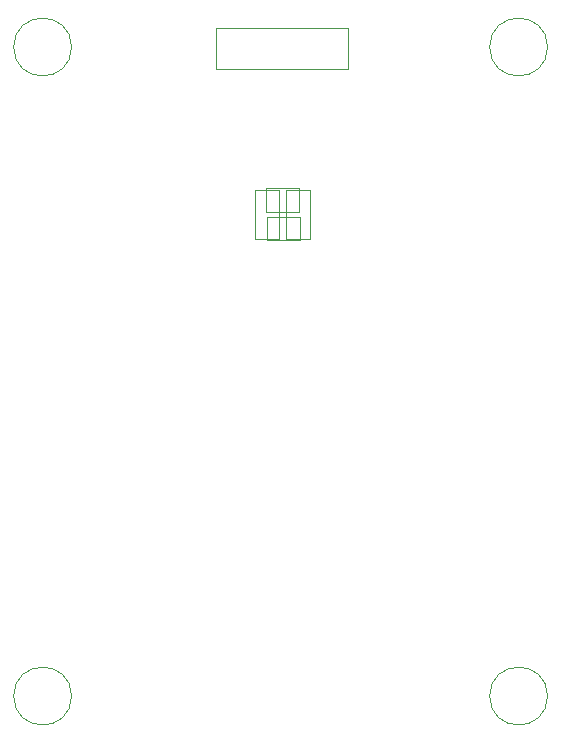
<source format=gbr>
G04 #@! TF.GenerationSoftware,KiCad,Pcbnew,9.0.6*
G04 #@! TF.CreationDate,2025-11-17T18:11:24+05:30*
G04 #@! TF.ProjectId,BloodHound_VENOM,426c6f6f-6448-46f7-956e-645f56454e4f,1*
G04 #@! TF.SameCoordinates,Original*
G04 #@! TF.FileFunction,Other,User*
%FSLAX46Y46*%
G04 Gerber Fmt 4.6, Leading zero omitted, Abs format (unit mm)*
G04 Created by KiCad (PCBNEW 9.0.6) date 2025-11-17 18:11:24*
%MOMM*%
%LPD*%
G01*
G04 APERTURE LIST*
%ADD10C,0.050000*%
G04 APERTURE END LIST*
D10*
X146680000Y-67250000D02*
X157880000Y-67250000D01*
X146680000Y-70800000D02*
X146680000Y-67250000D01*
X157880000Y-67250000D02*
X157880000Y-70800000D01*
X157880000Y-70800000D02*
X146680000Y-70800000D01*
X150900000Y-80850000D02*
X150900000Y-82850000D01*
X150900000Y-80850000D02*
X153700000Y-80850000D01*
X153700000Y-82850000D02*
X150900000Y-82850000D01*
X153700000Y-82850000D02*
X153700000Y-80850000D01*
X134450000Y-123850000D02*
G75*
G02*
X129550000Y-123850000I-2450000J0D01*
G01*
X129550000Y-123850000D02*
G75*
G02*
X134450000Y-123850000I2450000J0D01*
G01*
X174750000Y-123850000D02*
G75*
G02*
X169850000Y-123850000I-2450000J0D01*
G01*
X169850000Y-123850000D02*
G75*
G02*
X174750000Y-123850000I2450000J0D01*
G01*
X152600000Y-81012000D02*
X152600000Y-85112000D01*
X152600000Y-85112000D02*
X154600000Y-85112000D01*
X154600000Y-81012000D02*
X152600000Y-81012000D01*
X154600000Y-85112000D02*
X154600000Y-81012000D01*
X150000000Y-81012000D02*
X150000000Y-85112000D01*
X150000000Y-85112000D02*
X152000000Y-85112000D01*
X152000000Y-81012000D02*
X150000000Y-81012000D01*
X152000000Y-85112000D02*
X152000000Y-81012000D01*
X174750000Y-68900000D02*
G75*
G02*
X169850000Y-68900000I-2450000J0D01*
G01*
X169850000Y-68900000D02*
G75*
G02*
X174750000Y-68900000I2450000J0D01*
G01*
X150975000Y-83250000D02*
X150975000Y-85250000D01*
X150975000Y-83250000D02*
X153775000Y-83250000D01*
X153775000Y-85250000D02*
X150975000Y-85250000D01*
X153775000Y-85250000D02*
X153775000Y-83250000D01*
X134450000Y-68900000D02*
G75*
G02*
X129550000Y-68900000I-2450000J0D01*
G01*
X129550000Y-68900000D02*
G75*
G02*
X134450000Y-68900000I2450000J0D01*
G01*
M02*

</source>
